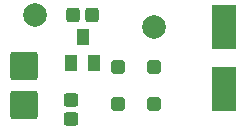
<source format=gbr>
G04*
G04 #@! TF.GenerationSoftware,Altium Limited,Altium Designer,25.8.1 (18)*
G04*
G04 Layer_Color=8388736*
%FSLAX25Y25*%
%MOIN*%
G70*
G04*
G04 #@! TF.SameCoordinates,B1D4E9D2-DA07-4CAB-BB94-732616643687*
G04*
G04*
G04 #@! TF.FilePolarity,Negative*
G04*
G01*
G75*
%ADD21R,0.03950X0.05524*%
G04:AMPARAMS|DCode=22|XSize=45.4mil|YSize=43.43mil|CornerRadius=6.66mil|HoleSize=0mil|Usage=FLASHONLY|Rotation=0.000|XOffset=0mil|YOffset=0mil|HoleType=Round|Shape=RoundedRectangle|*
%AMROUNDEDRECTD22*
21,1,0.04540,0.03012,0,0,0.0*
21,1,0.03209,0.04343,0,0,0.0*
1,1,0.01332,0.01604,-0.01506*
1,1,0.01332,-0.01604,-0.01506*
1,1,0.01332,-0.01604,0.01506*
1,1,0.01332,0.01604,0.01506*
%
%ADD22ROUNDEDRECTD22*%
G04:AMPARAMS|DCode=23|XSize=47.37mil|YSize=45.4mil|CornerRadius=8.68mil|HoleSize=0mil|Usage=FLASHONLY|Rotation=90.000|XOffset=0mil|YOffset=0mil|HoleType=Round|Shape=RoundedRectangle|*
%AMROUNDEDRECTD23*
21,1,0.04737,0.02805,0,0,90.0*
21,1,0.03002,0.04540,0,0,90.0*
1,1,0.01735,0.01403,0.01501*
1,1,0.01735,0.01403,-0.01501*
1,1,0.01735,-0.01403,-0.01501*
1,1,0.01735,-0.01403,0.01501*
%
%ADD23ROUNDEDRECTD23*%
%ADD24R,0.08083X0.14776*%
G04:AMPARAMS|DCode=25|XSize=95.4mil|YSize=91.86mil|CornerRadius=10.29mil|HoleSize=0mil|Usage=FLASHONLY|Rotation=90.000|XOffset=0mil|YOffset=0mil|HoleType=Round|Shape=RoundedRectangle|*
%AMROUNDEDRECTD25*
21,1,0.09540,0.07128,0,0,90.0*
21,1,0.07482,0.09186,0,0,90.0*
1,1,0.02058,0.03564,0.03741*
1,1,0.02058,0.03564,-0.03741*
1,1,0.02058,-0.03564,-0.03741*
1,1,0.02058,-0.03564,0.03741*
%
%ADD25ROUNDEDRECTD25*%
G04:AMPARAMS|DCode=26|XSize=47.37mil|YSize=45.4mil|CornerRadius=8.68mil|HoleSize=0mil|Usage=FLASHONLY|Rotation=180.000|XOffset=0mil|YOffset=0mil|HoleType=Round|Shape=RoundedRectangle|*
%AMROUNDEDRECTD26*
21,1,0.04737,0.02805,0,0,180.0*
21,1,0.03002,0.04540,0,0,180.0*
1,1,0.01735,-0.01501,0.01403*
1,1,0.01735,0.01501,0.01403*
1,1,0.01735,0.01501,-0.01403*
1,1,0.01735,-0.01501,-0.01403*
%
%ADD26ROUNDEDRECTD26*%
%ADD27C,0.07887*%
D21*
X275394Y369685D02*
D03*
X271654Y378346D02*
D03*
X267913Y369685D02*
D03*
D22*
X283465Y368406D02*
D03*
X295276D02*
D03*
Y356004D02*
D03*
X283465D02*
D03*
D23*
X274803Y385827D02*
D03*
X268504D02*
D03*
D24*
X318898Y381890D02*
D03*
Y361221D02*
D03*
D25*
X251969Y355591D02*
D03*
Y368819D02*
D03*
D26*
X267717Y357480D02*
D03*
Y351181D02*
D03*
D27*
X295276Y381890D02*
D03*
X255906Y385827D02*
D03*
M02*

</source>
